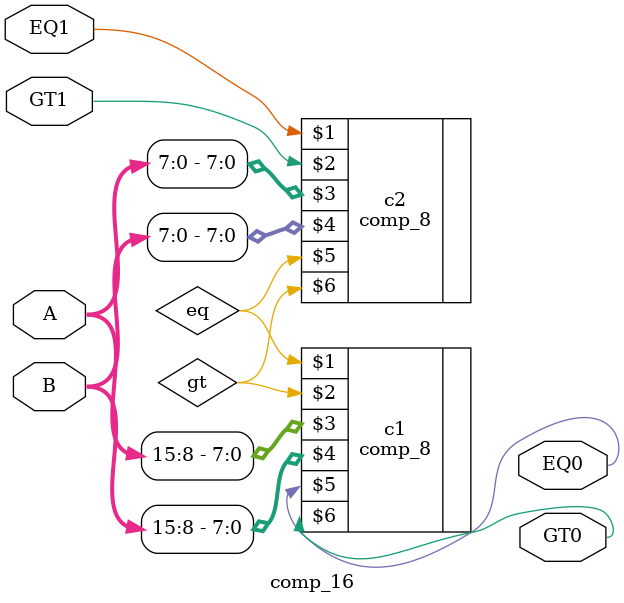
<source format=v>
module comp_16(EQ1, GT1, A, B, EQ0, GT0);
    input EQ1, GT1;
    input [15:0] A, B;
    output EQ0, GT0;

    wire eq, gt;
    comp_8 c1(eq, gt, A[15:8], B[15:8], EQ0, GT0);
    comp_8 c2(EQ1, GT1, A[7:0], B[7:0], eq, gt);
endmodule
</source>
